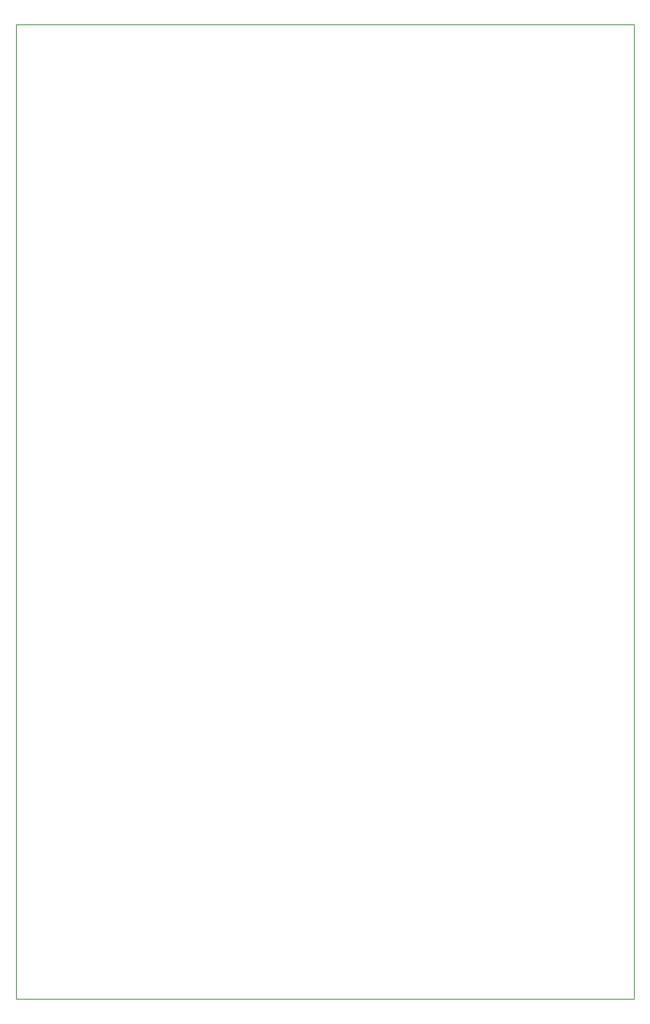
<source format=gm1>
%TF.GenerationSoftware,KiCad,Pcbnew,7.0.8*%
%TF.CreationDate,2024-02-25T22:02:07-05:00*%
%TF.ProjectId,lichen-dev-module,6c696368-656e-42d6-9465-762d6d6f6475,1.0*%
%TF.SameCoordinates,Original*%
%TF.FileFunction,Profile,NP*%
%FSLAX46Y46*%
G04 Gerber Fmt 4.6, Leading zero omitted, Abs format (unit mm)*
G04 Created by KiCad (PCBNEW 7.0.8) date 2024-02-25 22:02:07*
%MOMM*%
%LPD*%
G01*
G04 APERTURE LIST*
%TA.AperFunction,Profile*%
%ADD10C,0.100000*%
%TD*%
G04 APERTURE END LIST*
D10*
X101110000Y-110170000D02*
X169690000Y-110170000D01*
X169690000Y-218330000D01*
X101110000Y-218330000D01*
X101110000Y-110170000D01*
M02*

</source>
